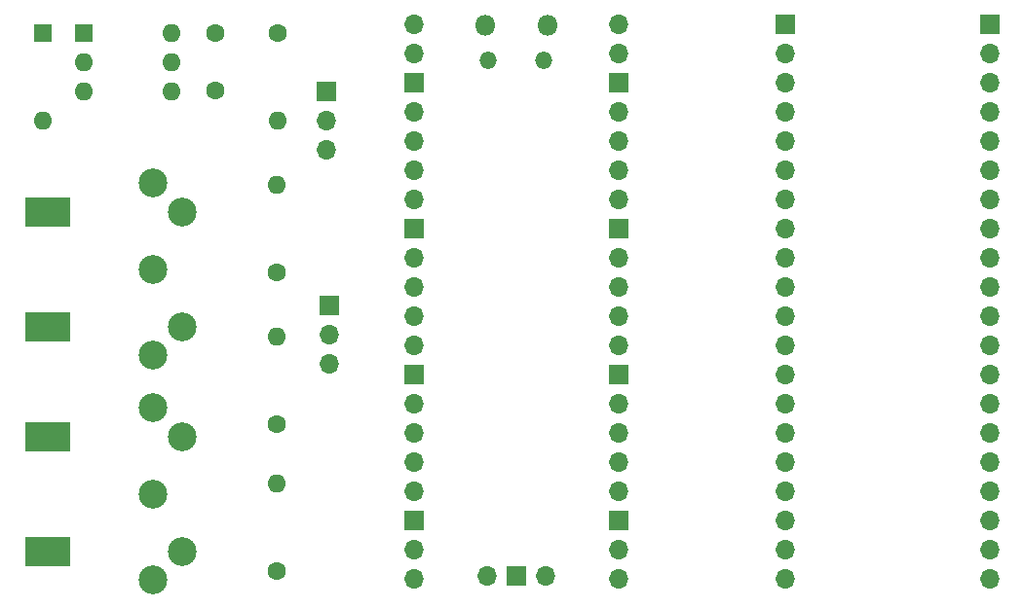
<source format=gbr>
%TF.GenerationSoftware,KiCad,Pcbnew,(6.0.5)*%
%TF.CreationDate,2022-08-17T14:37:10+01:00*%
%TF.ProjectId,PicoMIDIProto,5069636f-4d49-4444-9950-726f746f2e6b,rev?*%
%TF.SameCoordinates,Original*%
%TF.FileFunction,Soldermask,Bot*%
%TF.FilePolarity,Negative*%
%FSLAX46Y46*%
G04 Gerber Fmt 4.6, Leading zero omitted, Abs format (unit mm)*
G04 Created by KiCad (PCBNEW (6.0.5)) date 2022-08-17 14:37:10*
%MOMM*%
%LPD*%
G01*
G04 APERTURE LIST*
%ADD10R,1.700000X1.700000*%
%ADD11O,1.700000X1.700000*%
%ADD12O,1.800000X1.800000*%
%ADD13O,1.500000X1.500000*%
%ADD14R,4.000000X2.500000*%
%ADD15C,2.499360*%
%ADD16C,1.600000*%
%ADD17O,1.600000X1.600000*%
%ADD18R,1.600000X1.600000*%
G04 APERTURE END LIST*
D10*
%TO.C,J6*%
X66802000Y-75184000D03*
D11*
X66802000Y-77724000D03*
X66802000Y-80264000D03*
%TD*%
D10*
%TO.C,J5*%
X67056000Y-93868000D03*
D11*
X67056000Y-96408000D03*
X67056000Y-98948000D03*
%TD*%
%TO.C,U2*%
X85852000Y-117372000D03*
D10*
X83312000Y-117372000D03*
D11*
X80772000Y-117372000D03*
X92202000Y-69342000D03*
X92202000Y-71882000D03*
D10*
X92202000Y-74422000D03*
D11*
X92202000Y-76962000D03*
X92202000Y-79502000D03*
X92202000Y-82042000D03*
X92202000Y-84582000D03*
D10*
X92202000Y-87122000D03*
D11*
X92202000Y-89662000D03*
X92202000Y-92202000D03*
X92202000Y-94742000D03*
X92202000Y-97282000D03*
D10*
X92202000Y-99822000D03*
D11*
X92202000Y-102362000D03*
X92202000Y-104902000D03*
X92202000Y-107442000D03*
X92202000Y-109982000D03*
D10*
X92202000Y-112522000D03*
D11*
X92202000Y-115062000D03*
X92202000Y-117602000D03*
X74422000Y-117602000D03*
X74422000Y-115062000D03*
D10*
X74422000Y-112522000D03*
D11*
X74422000Y-109982000D03*
X74422000Y-107442000D03*
X74422000Y-104902000D03*
X74422000Y-102362000D03*
D10*
X74422000Y-99822000D03*
D11*
X74422000Y-97282000D03*
X74422000Y-94742000D03*
X74422000Y-92202000D03*
X74422000Y-89662000D03*
D10*
X74422000Y-87122000D03*
D11*
X74422000Y-84582000D03*
X74422000Y-82042000D03*
X74422000Y-79502000D03*
X74422000Y-76962000D03*
D10*
X74422000Y-74422000D03*
D11*
X74422000Y-71882000D03*
X74422000Y-69342000D03*
D12*
X80587000Y-69472000D03*
X86037000Y-69472000D03*
D13*
X85737000Y-72502000D03*
X80887000Y-72502000D03*
%TD*%
D14*
%TO.C,J1*%
X42640300Y-85676740D03*
X42570300Y-95679260D03*
D15*
X51765200Y-98176080D03*
X51767740Y-90678000D03*
X51765200Y-83179920D03*
X54267100Y-95674180D03*
X54267100Y-85681820D03*
%TD*%
D16*
%TO.C,R2*%
X62484000Y-116967000D03*
D17*
X62484000Y-109347000D03*
%TD*%
%TO.C,R1*%
X62484000Y-83312000D03*
D16*
X62484000Y-90932000D03*
%TD*%
D10*
%TO.C,J4*%
X106680000Y-69347000D03*
D11*
X106680000Y-71887000D03*
X106680000Y-74427000D03*
X106680000Y-76967000D03*
X106680000Y-79507000D03*
X106680000Y-82047000D03*
X106680000Y-84587000D03*
X106680000Y-87127000D03*
X106680000Y-89667000D03*
X106680000Y-92207000D03*
X106680000Y-94747000D03*
X106680000Y-97287000D03*
X106680000Y-99827000D03*
X106680000Y-102367000D03*
X106680000Y-104907000D03*
X106680000Y-107447000D03*
X106680000Y-109987000D03*
X106680000Y-112527000D03*
X106680000Y-115067000D03*
X106680000Y-117607000D03*
%TD*%
D18*
%TO.C,U1*%
X45730000Y-70094000D03*
D17*
X45730000Y-72634000D03*
X45730000Y-75174000D03*
X53350000Y-75174000D03*
X53350000Y-72634000D03*
X53350000Y-70094000D03*
%TD*%
D16*
%TO.C,R4*%
X62611000Y-70104000D03*
D17*
X62611000Y-77724000D03*
%TD*%
D16*
%TO.C,R3*%
X62484000Y-104140000D03*
D17*
X62484000Y-96520000D03*
%TD*%
D16*
%TO.C,C1*%
X57150000Y-70144000D03*
X57150000Y-75144000D03*
%TD*%
D18*
%TO.C,D1*%
X42164000Y-70104000D03*
D17*
X42164000Y-77724000D03*
%TD*%
D10*
%TO.C,J3*%
X124460000Y-69347000D03*
D11*
X124460000Y-71887000D03*
X124460000Y-74427000D03*
X124460000Y-76967000D03*
X124460000Y-79507000D03*
X124460000Y-82047000D03*
X124460000Y-84587000D03*
X124460000Y-87127000D03*
X124460000Y-89667000D03*
X124460000Y-92207000D03*
X124460000Y-94747000D03*
X124460000Y-97287000D03*
X124460000Y-99827000D03*
X124460000Y-102367000D03*
X124460000Y-104907000D03*
X124460000Y-107447000D03*
X124460000Y-109987000D03*
X124460000Y-112527000D03*
X124460000Y-115067000D03*
X124460000Y-117607000D03*
%TD*%
D14*
%TO.C,J2*%
X42570300Y-115237260D03*
X42570300Y-105234740D03*
D15*
X51765200Y-117734080D03*
X51767740Y-110236000D03*
X51765200Y-102737920D03*
X54267100Y-115232180D03*
X54267100Y-105239820D03*
%TD*%
M02*

</source>
